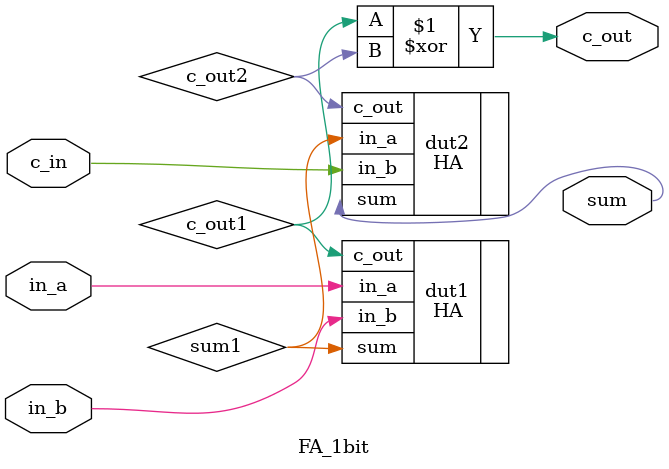
<source format=v>
module FA_1bit(
    in_a,
    in_b,
    c_in,
    sum,
    c_out
);

input in_a;
input in_b;
input c_in;
output sum;
output c_out;

wire sum1;
wire c_out1;
wire c_out2;

HA dut1(
    .in_a(in_a),
    .in_b(in_b),
    .sum(sum1),
    .c_out(c_out1)
);

HA dut2(
    .in_a(sum1),
    .in_b(c_in),
    .sum(sum),
    .c_out(c_out2)
);

assign c_out = c_out1 ^ c_out2;

endmodule
</source>
